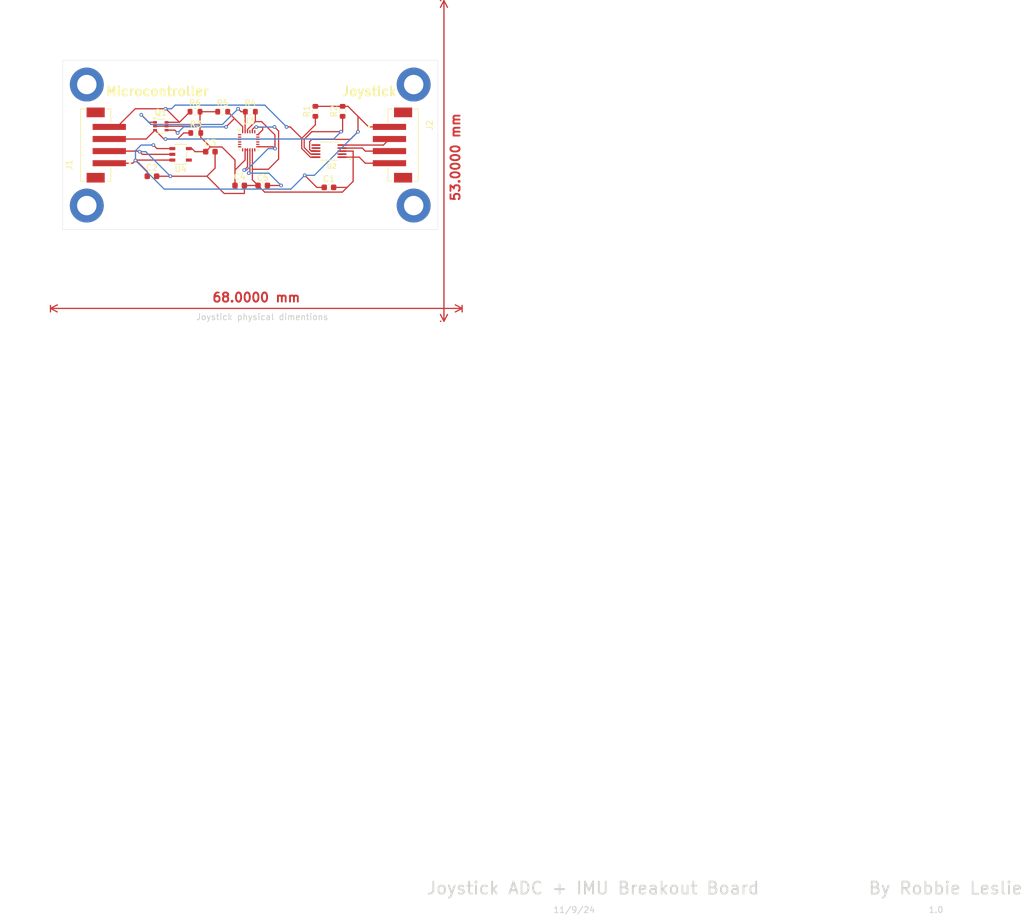
<source format=kicad_pcb>
(kicad_pcb (version 20240108) (generator "pcbnew") (generator_version "8.0")
  (layers (0 "F.Cu" signal) (31 "B.Cu" signal) (34 "B.Paste" user) (35 "F.Paste" user) (36 "B.SilkS" user "B.Silkscreen") (37 "F.SilkS" user "F.Silkscreen") (38 "B.Mask" user) (39 "F.Mask" user) (44 "Edge.Cuts" user))
  (net 0 "")
  (net 1 "/SCL")
  (net 2 "/SDA")
  (net 3 "/A3")
  (net 4 "/A1")
  (net 5 "/A0")
  (net 6 "/A2")
  (net 7 "/GND")
  (net 9 "/3.3V")
  (net 10 "/1.8V")
  (net 11 "Net-(U3-REGOUT)")
  (net 16 "/SCL_1.8V")
  (net 17 "/SDA_1.8V")
  (footprint "MountingHole:MountingHole_3.2mm_M3_DIN965_Pad" (layer "F.Cu") (at 130 77)
    (property "Reference" "REF**" (hide yes))
    (property "Value" "MountingHole_3.2mm_M3_DIN965_Pad")
    (pad "1" thru_hole circle (at 0 0) (size 5.6 5.6) (drill 3.2) (layers "*.Cu" "*.Mask"))
  )
  (footprint "Library:JST_B4B-PH-SM4-TBT" (layer "F.Cu") (at 131.4625 67 90)
    (property "Reference" "J1" (at -3.275 -4.385 90) (layer "F.SilkS"))
    (property "Value" "B4B-PH-SM4-TBT")
    (fp_line (start 5.975 -2.5) (end 5.975 -1.82) (stroke (width 0.127)) (layer "F.SilkS"))
    (fp_line (start -5.975 -2.5) (end 5.975 -2.5) (stroke (width 0.127)) (layer "F.SilkS"))
    (fp_line (start -5.975 -1.82) (end -5.975 -2.5) (stroke (width 0.127)) (layer "F.SilkS"))
    (fp_line (start 5.975 2.5) (end 5.975 1.82) (stroke (width 0.127)) (layer "F.SilkS"))
    (fp_line (start 5.975 2.5) (end 3.82 2.5) (stroke (width 0.127)) (layer "F.SilkS"))
    (fp_line (start -3.82 2.5) (end -5.975 2.5) (stroke (width 0.127)) (layer "F.SilkS"))
    (fp_line (start -5.975 2.5) (end -5.975 1.82) (stroke (width 0.127)) (layer "F.SilkS"))
    (fp_circle (center -3 5.65) (end -2.9 5.65) (stroke (width 0.2)) (fill none) (layer "F.SilkS"))
    (pad "1" smd rect (at -3 2.25 90) (size 1 5.5) (layers "F.Cu" "F.Paste" "F.Mask") (net 9 "/3.3V"))
    (pad "2" smd rect (at -1 2.25 90) (size 1 5.5) (layers "F.Cu" "F.Paste" "F.Mask") (net 7 "/GND"))
    (pad "3" smd rect (at 1 2.25 90) (size 1 5.5) (layers "F.Cu" "F.Paste" "F.Mask") (net 2 "/SDA"))
    (pad "4" smd rect (at 3 2.25 90) (size 1 5.5) (layers "F.Cu" "F.Paste" "F.Mask") (net 1 "/SCL"))
    (pad "SH1" smd rect (at -5.4 0 90) (size 1.6 3) (layers "F.Cu" "F.Paste" "F.Mask"))
    (pad "SH2" smd rect (at 5.4 0 90) (size 1.6 3) (layers "F.Cu" "F.Paste" "F.Mask"))
  )
  (footprint "Sensor_Motion:InvenSense_QFN-24_3x3mm_P0.4mm" (layer "F.Cu") (at 156.75 66.29)
    (property "Reference" "U3" (at 0 -3.25 0) (layer "F.SilkS"))
    (property "Value" "ICM-20948")
    (fp_line (start -1.6 1.6) (end -1.6 1.35) (stroke (width 0.12)) (layer "F.SilkS"))
    (fp_line (start -1.6 1.6) (end -1.35 1.6) (stroke (width 0.12)) (layer "F.SilkS"))
    (fp_line (start 1.6 -1.6) (end 1.35 -1.6) (stroke (width 0.12)) (layer "F.SilkS"))
    (fp_line (start 1.6 -1.6) (end 1.6 -1.35) (stroke (width 0.12)) (layer "F.SilkS"))
    (fp_line (start 1.6 1.6) (end 1.35 1.6) (stroke (width 0.12)) (layer "F.SilkS"))
    (fp_line (start 1.6 1.6) (end 1.6 1.35) (stroke (width 0.12)) (layer "F.SilkS"))
    (fp_poly (pts (xy -1.6 -1.6) (xy -1.84 -1.93) (xy -1.36 -1.93) (xy -1.6 -1.6)) (stroke (width 0.12)) (fill solid) (layer "F.SilkS"))
    (pad "1" smd roundrect (at -1.5 -1) (size 0.55 0.2) (layers "F.Cu" "F.Paste" "F.Mask"))
    (pad "2" smd roundrect (at -1.5 -0.6) (size 0.55 0.2) (layers "F.Cu" "F.Paste" "F.Mask"))
    (pad "3" smd roundrect (at -1.5 -0.2) (size 0.55 0.2) (layers "F.Cu" "F.Paste" "F.Mask"))
    (pad "4" smd roundrect (at -1.5 0.2) (size 0.55 0.2) (layers "F.Cu" "F.Paste" "F.Mask"))
    (pad "5" smd roundrect (at -1.5 0.6) (size 0.55 0.2) (layers "F.Cu" "F.Paste" "F.Mask"))
    (pad "6" smd roundrect (at -1.5 1) (size 0.55 0.2) (layers "F.Cu" "F.Paste" "F.Mask"))
    (pad "7" smd roundrect (at -1 1.5 90) (size 0.55 0.2) (layers "F.Cu" "F.Paste" "F.Mask"))
    (pad "8" smd roundrect (at -0.6 1.5 90) (size 0.55 0.2) (layers "F.Cu" "F.Paste" "F.Mask") (net 10 "/1.8V"))
    (pad "9" smd roundrect (at -0.2 1.5 90) (size 0.55 0.2) (layers "F.Cu" "F.Paste" "F.Mask") (net 10 "/1.8V"))
    (pad "10" smd roundrect (at 0.2 1.5 90) (size 0.55 0.2) (layers "F.Cu" "F.Paste" "F.Mask") (net 11 "Net-(U3-REGOUT)"))
    (pad "11" smd roundrect (at 0.6 1.5 90) (size 0.55 0.2) (layers "F.Cu" "F.Paste" "F.Mask") (net 7 "/GND"))
    (pad "12" smd roundrect (at 1 1.5 90) (size 0.55 0.2) (layers "F.Cu" "F.Paste" "F.Mask"))
    (pad "13" smd roundrect (at 1.5 1) (size 0.55 0.2) (layers "F.Cu" "F.Paste" "F.Mask") (net 10 "/1.8V"))
    (pad "14" smd roundrect (at 1.5 0.6) (size 0.55 0.2) (layers "F.Cu" "F.Paste" "F.Mask"))
    (pad "15" smd roundrect (at 1.5 0.2) (size 0.55 0.2) (layers "F.Cu" "F.Paste" "F.Mask"))
    (pad "16" smd roundrect (at 1.5 -0.2) (size 0.55 0.2) (layers "F.Cu" "F.Paste" "F.Mask"))
    (pad "17" smd roundrect (at 1.5 -0.6) (size 0.55 0.2) (layers "F.Cu" "F.Paste" "F.Mask"))
    (pad "18" smd roundrect (at 1.5 -1) (size 0.55 0.2) (layers "F.Cu" "F.Paste" "F.Mask") (net 7 "/GND"))
    (pad "19" smd roundrect (at 1 -1.5 90) (size 0.55 0.2) (layers "F.Cu" "F.Paste" "F.Mask"))
    (pad "20" smd roundrect (at 0.6 -1.5 90) (size 0.55 0.2) (layers "F.Cu" "F.Paste" "F.Mask") (net 7 "/GND"))
    (pad "21" smd roundrect (at 0.2 -1.5 90) (size 0.55 0.2) (layers "F.Cu" "F.Paste" "F.Mask"))
    (pad "22" smd roundrect (at -0.2 -1.5 90) (size 0.55 0.2) (layers "F.Cu" "F.Paste" "F.Mask") (net 10 "/1.8V"))
    (pad "23" smd roundrect (at -0.6 -1.5 90) (size 0.55 0.2) (layers "F.Cu" "F.Paste" "F.Mask") (net 16 "/SCL_1.8V"))
    (pad "24" smd roundrect (at -1 -1.5 90) (size 0.55 0.2) (layers "F.Cu" "F.Paste" "F.Mask") (net 17 "/SDA_1.8V"))
  )
  (footprint "Capacitor_SMD:C_0603_1608Metric" (layer "F.Cu") (at 155.255 73.68)
    (property "Reference" "C4" (at 0 -1.43 0) (layer "F.SilkS"))
    (property "Value" "0.1uF")
    (fp_line (start -0.14058 -0.51) (end 0.14058 -0.51) (stroke (width 0.12)) (layer "F.SilkS"))
    (fp_line (start -0.14058 0.51) (end 0.14058 0.51) (stroke (width 0.12)) (layer "F.SilkS"))
    (pad "1" smd roundrect (at -0.775 0) (size 0.9 0.95) (layers "F.Cu" "F.Paste" "F.Mask") (net 10 "/1.8V"))
    (pad "2" smd roundrect (at 0.775 0) (size 0.9 0.95) (layers "F.Cu" "F.Paste" "F.Mask") (net 7 "/GND"))
  )
  (footprint "Resistor_SMD:R_0603_1608Metric" (layer "F.Cu") (at 152.448 61.488)
    (property "Reference" "R5" (at 0 -1.43 0) (layer "F.SilkS"))
    (property "Value" "10k")
    (fp_line (start -0.237258 -0.5225) (end 0.237258 -0.5225) (stroke (width 0.12)) (layer "F.SilkS"))
    (fp_line (start -0.237258 0.5225) (end 0.237258 0.5225) (stroke (width 0.12)) (layer "F.SilkS"))
    (pad "1" smd roundrect (at -0.825 0) (size 0.8 0.95) (layers "F.Cu" "F.Paste" "F.Mask") (net 10 "/1.8V"))
    (pad "2" smd roundrect (at 0.825 0) (size 0.8 0.95) (layers "F.Cu" "F.Paste" "F.Mask") (net 17 "/SDA_1.8V"))
  )
  (footprint "Capacitor_SMD:C_0603_1608Metric" (layer "F.Cu") (at 140.764 72.156)
    (property "Reference" "C2" (at 0 -1.43 0) (layer "F.SilkS"))
    (property "Value" "10uF")
    (fp_line (start -0.14058 -0.51) (end 0.14058 -0.51) (stroke (width 0.12)) (layer "F.SilkS"))
    (fp_line (start -0.14058 0.51) (end 0.14058 0.51) (stroke (width 0.12)) (layer "F.SilkS"))
    (pad "1" smd roundrect (at -0.775 0) (size 0.9 0.95) (layers "F.Cu" "F.Paste" "F.Mask") (net 9 "/3.3V"))
    (pad "2" smd roundrect (at 0.775 0) (size 0.9 0.95) (layers "F.Cu" "F.Paste" "F.Mask") (net 7 "/GND"))
  )
  (footprint "Library:SOP50P490X110-10N" (layer "F.Cu") (at 170 68 180)
    (property "Reference" "U2" (at -0.46 -2.508 0) (layer "F.SilkS") (effects (font (size 0.8 0.8))))
    (property "Value" "ADS1115IDGSR")
    (fp_line (start -1.5 1.5) (end 1.5 1.5) (stroke (width 0.127)) (layer "F.SilkS"))
    (fp_line (start -1.5 -1.5) (end 1.5 -1.5) (stroke (width 0.127)) (layer "F.SilkS"))
    (fp_circle (center -3.5 -1.25) (end -3.4 -1.25) (stroke (width 0.2)) (fill none) (layer "F.SilkS"))
    (pad "1" smd roundrect (at -2.15 -1 180) (size 1.47 0.28) (layers "F.Cu" "F.Paste" "F.Mask") (roundrect_rratio 0.125) (net 7 "/GND"))
    (pad "2" smd roundrect (at -2.15 -0.5 180) (size 1.47 0.28) (layers "F.Cu" "F.Paste" "F.Mask") (roundrect_rratio 0.125))
    (pad "3" smd roundrect (at -2.15 0 180) (size 1.47 0.28) (layers "F.Cu" "F.Paste" "F.Mask") (roundrect_rratio 0.125) (net 7 "/GND"))
    (pad "4" smd roundrect (at -2.15 0.5 180) (size 1.47 0.28) (layers "F.Cu" "F.Paste" "F.Mask") (roundrect_rratio 0.125) (net 5 "/A0"))
    (pad "5" smd roundrect (at -2.15 1 180) (size 1.47 0.28) (layers "F.Cu" "F.Paste" "F.Mask") (roundrect_rratio 0.125) (net 4 "/A1"))
    (pad "6" smd roundrect (at 2.15 1 180) (size 1.47 0.28) (layers "F.Cu" "F.Paste" "F.Mask") (roundrect_rratio 0.125) (net 6 "/A2"))
    (pad "7" smd roundrect (at 2.15 0.5 180) (size 1.47 0.28) (layers "F.Cu" "F.Paste" "F.Mask") (roundrect_rratio 0.125) (net 3 "/A3"))
    (pad "8" smd roundrect (at 2.15 0 180) (size 1.47 0.28) (layers "F.Cu" "F.Paste" "F.Mask") (roundrect_rratio 0.125) (net 9 "/3.3V"))
    (pad "9" smd roundrect (at 2.15 -0.5 180) (size 1.47 0.28) (layers "F.Cu" "F.Paste" "F.Mask") (roundrect_rratio 0.125) (net 2 "/SDA"))
    (pad "10" smd roundrect (at 2.15 -1 180) (size 1.47 0.28) (layers "F.Cu" "F.Paste" "F.Mask") (roundrect_rratio 0.125) (net 1 "/SCL"))
  )
  (footprint "MountingHole:MountingHole_3.2mm_M3_DIN965_Pad" (layer "F.Cu") (at 184 77)
    (property "Reference" "REF**" (hide yes))
    (property "Value" "MountingHole_3.2mm_M3_DIN965_Pad")
    (pad "1" thru_hole circle (at 0 0) (size 5.6 5.6) (drill 3.2) (layers "*.Cu" "*.Mask"))
  )
  (footprint "Resistor_SMD:R_0603_1608Metric" (layer "F.Cu") (at 172.26 61.425 90)
    (property "Reference" "R2" (at 0 -1.43 90) (layer "F.SilkS"))
    (property "Value" "10k")
    (fp_line (start -0.237258 -0.5225) (end 0.237258 -0.5225) (stroke (width 0.12)) (layer "F.SilkS"))
    (fp_line (start -0.237258 0.5225) (end 0.237258 0.5225) (stroke (width 0.12)) (layer "F.SilkS"))
    (pad "1" smd roundrect (at -0.825 0 90) (size 0.8 0.95) (layers "F.Cu" "F.Paste" "F.Mask") (net 2 "/SDA"))
    (pad "2" smd roundrect (at 0.825 0 90) (size 0.8 0.95) (layers "F.Cu" "F.Paste" "F.Mask") (net 9 "/3.3V"))
  )
  (footprint "Capacitor_SMD:C_0603_1608Metric" (layer "F.Cu") (at 150.416 68.092)
    (property "Reference" "C3" (at 0 -1.43 0) (layer "F.SilkS"))
    (property "Value" "10uF")
    (fp_line (start -0.14058 -0.51) (end 0.14058 -0.51) (stroke (width 0.12)) (layer "F.SilkS"))
    (fp_line (start -0.14058 0.51) (end 0.14058 0.51) (stroke (width 0.12)) (layer "F.SilkS"))
    (pad "1" smd roundrect (at -0.775 0) (size 0.9 0.95) (layers "F.Cu" "F.Paste" "F.Mask") (net 10 "/1.8V"))
    (pad "2" smd roundrect (at 0.775 0) (size 0.9 0.95) (layers "F.Cu" "F.Paste" "F.Mask") (net 7 "/GND"))
  )
  (footprint "Resistor_SMD:R_0603_1608Metric" (layer "F.Cu") (at 148 65)
    (property "Reference" "R3" (at 0 -1.43 0) (layer "F.SilkS"))
    (property "Value" "10k")
    (fp_line (start -0.237258 -0.5225) (end 0.237258 -0.5225) (stroke (width 0.12)) (layer "F.SilkS"))
    (fp_line (start -0.237258 0.5225) (end 0.237258 0.5225) (stroke (width 0.12)) (layer "F.SilkS"))
    (pad "1" smd roundrect (at -0.825 0) (size 0.8 0.95) (layers "F.Cu" "F.Paste" "F.Mask") (net 2 "/SDA"))
    (pad "2" smd roundrect (at 0.825 0) (size 0.8 0.95) (layers "F.Cu" "F.Paste" "F.Mask") (net 10 "/1.8V"))
  )
  (footprint "MountingHole:MountingHole_3.2mm_M3_DIN965_Pad" (layer "F.Cu") (at 130 57)
    (property "Reference" "REF**" (hide yes))
    (property "Value" "MountingHole_3.2mm_M3_DIN965_Pad")
    (pad "1" thru_hole circle (at 0 0) (size 5.6 5.6) (drill 3.2) (layers "*.Cu" "*.Mask"))
  )
  (footprint "Package_TO_SOT_SMD:SOT-363_SC-70-6" (layer "F.Cu") (at 142.222 63.886)
    (property "Reference" "Q1" (at 0 -2.25 0) (layer "F.SilkS"))
    (property "Value" "~")
    (fp_line (start -0.71 -1.16) (end 0.7 -1.16) (stroke (width 0.12)) (layer "F.SilkS"))
    (fp_line (start -0.7 1.16) (end 0.7 1.16) (stroke (width 0.12)) (layer "F.SilkS"))
    (fp_poly (pts (xy -1.08 -1.11) (xy -1.32 -1.44) (xy -0.84 -1.44) (xy -1.08 -1.11)) (stroke (width 0.12)) (fill solid) (layer "F.SilkS"))
    (pad "1" smd roundrect (at -0.95 -0.65) (size 0.65 0.4) (layers "F.Cu" "F.Paste" "F.Mask") (net 16 "/SCL_1.8V"))
    (pad "2" smd roundrect (at -0.95 0) (size 0.65 0.4) (layers "F.Cu" "F.Paste" "F.Mask") (net 10 "/1.8V"))
    (pad "3" smd roundrect (at -0.95 0.65) (size 0.65 0.4) (layers "F.Cu" "F.Paste" "F.Mask") (net 2 "/SDA"))
    (pad "4" smd roundrect (at 0.95 0.65) (size 0.65 0.4) (layers "F.Cu" "F.Paste" "F.Mask") (net 17 "/SDA_1.8V"))
    (pad "5" smd roundrect (at 0.95 0) (size 0.65 0.4) (layers "F.Cu" "F.Paste" "F.Mask") (net 10 "/1.8V"))
    (pad "6" smd roundrect (at 0.95 -0.65) (size 0.65 0.4) (layers "F.Cu" "F.Paste" "F.Mask") (net 1 "/SCL"))
  )
  (footprint "Resistor_SMD:R_0603_1608Metric" (layer "F.Cu") (at 157.02 61.488 180)
    (property "Reference" "R4" (at 0 1.43 0) (layer "F.SilkS"))
    (property "Value" "10k")
    (fp_line (start -0.237258 0.5225) (end 0.237258 0.5225) (stroke (width 0.12)) (layer "F.SilkS"))
    (fp_line (start -0.237258 -0.5225) (end 0.237258 -0.5225) (stroke (width 0.12)) (layer "F.SilkS"))
    (pad "1" smd roundrect (at -0.825 0 180) (size 0.8 0.95) (layers "F.Cu" "F.Paste" "F.Mask") (net 10 "/1.8V"))
    (pad "2" smd roundrect (at 0.825 0 180) (size 0.8 0.95) (layers "F.Cu" "F.Paste" "F.Mask") (net 16 "/SCL_1.8V"))
  )
  (footprint "Resistor_SMD:R_0603_1608Metric" (layer "F.Cu") (at 167.76 61.425 90)
    (property "Reference" "R1" (at 0 -1.43 90) (layer "F.SilkS"))
    (property "Value" "10k")
    (fp_line (start -0.237258 -0.5225) (end 0.237258 -0.5225) (stroke (width 0.12)) (layer "F.SilkS"))
    (fp_line (start -0.237258 0.5225) (end 0.237258 0.5225) (stroke (width 0.12)) (layer "F.SilkS"))
    (pad "1" smd roundrect (at -0.825 0 90) (size 0.8 0.95) (layers "F.Cu" "F.Paste" "F.Mask") (net 1 "/SCL"))
    (pad "2" smd roundrect (at 0.825 0 90) (size 0.8 0.95) (layers "F.Cu" "F.Paste" "F.Mask") (net 9 "/3.3V"))
  )
  (footprint "MountingHole:MountingHole_3.2mm_M3_DIN965_Pad" (layer "F.Cu") (at 184 57)
    (property "Reference" "REF**" (hide yes))
    (property "Value" "MountingHole_3.2mm_M3_DIN965_Pad")
    (pad "1" thru_hole circle (at 0 0) (size 5.6 5.6) (drill 3.2) (layers "*.Cu" "*.Mask"))
  )
  (footprint "Capacitor_SMD:C_0603_1608Metric" (layer "F.Cu") (at 159.065 73.68 180)
    (property "Reference" "C5" (at 0 1.27 0) (layer "F.SilkS"))
    (property "Value" "0.1uF")
    (fp_line (start -0.14058 0.51) (end 0.14058 0.51) (stroke (width 0.12)) (layer "F.SilkS"))
    (fp_line (start -0.14058 -0.51) (end 0.14058 -0.51) (stroke (width 0.12)) (layer "F.SilkS"))
    (pad "1" smd roundrect (at -0.775 0 180) (size 0.9 0.95) (layers "F.Cu" "F.Paste" "F.Mask") (net 11 "Net-(U3-REGOUT)"))
    (pad "2" smd roundrect (at 0.775 0 180) (size 0.9 0.95) (layers "F.Cu" "F.Paste" "F.Mask") (net 7 "/GND"))
  )
  (footprint "Resistor_SMD:R_0603_1608Metric" (layer "F.Cu") (at 147.876 61.488)
    (property "Reference" "R6" (at 0 -1.43 0) (layer "F.SilkS"))
    (property "Value" "10k")
    (fp_line (start -0.237258 -0.5225) (end 0.237258 -0.5225) (stroke (width 0.12)) (layer "F.SilkS"))
    (fp_line (start -0.237258 0.5225) (end 0.237258 0.5225) (stroke (width 0.12)) (layer "F.SilkS"))
    (pad "1" smd roundrect (at -0.825 0) (size 0.8 0.95) (layers "F.Cu" "F.Paste" "F.Mask") (net 1 "/SCL"))
    (pad "2" smd roundrect (at 0.825 0) (size 0.8 0.95) (layers "F.Cu" "F.Paste" "F.Mask") (net 10 "/1.8V"))
  )
  (footprint "Library:JST_B4B-PH-SM4-TBT" (layer "F.Cu") (at 182.25 67 -90)
    (property "Reference" "J2" (at -3.275 -4.385 90) (layer "F.SilkS"))
    (property "Value" "B4B-PH-SM4-TBT")
    (fp_line (start -5.975 2.5) (end -5.975 1.82) (stroke (width 0.127)) (layer "F.SilkS"))
    (fp_line (start -3.82 2.5) (end -5.975 2.5) (stroke (width 0.127)) (layer "F.SilkS"))
    (fp_line (start 5.975 2.5) (end 3.82 2.5) (stroke (width 0.127)) (layer "F.SilkS"))
    (fp_line (start 5.975 2.5) (end 5.975 1.82) (stroke (width 0.127)) (layer "F.SilkS"))
    (fp_line (start -5.975 -1.82) (end -5.975 -2.5) (stroke (width 0.127)) (layer "F.SilkS"))
    (fp_line (start -5.975 -2.5) (end 5.975 -2.5) (stroke (width 0.127)) (layer "F.SilkS"))
    (fp_line (start 5.975 -2.5) (end 5.975 -1.82) (stroke (width 0.127)) (layer "F.SilkS"))
    (fp_circle (center -3 5.65) (end -2.9 5.65) (stroke (width 0.2)) (fill none) (layer "F.SilkS"))
    (pad "1" smd rect (at -3 2.25 270) (size 1 5.5) (layers "F.Cu" "F.Paste" "F.Mask") (net 9 "/3.3V"))
    (pad "2" smd rect (at -1 2.25 270) (size 1 5.5) (layers "F.Cu" "F.Paste" "F.Mask") (net 4 "/A1"))
    (pad "3" smd rect (at 1 2.25 270) (size 1 5.5) (layers "F.Cu" "F.Paste" "F.Mask") (net 5 "/A0"))
    (pad "4" smd rect (at 3 2.25 270) (size 1 5.5) (layers "F.Cu" "F.Paste" "F.Mask") (net 7 "/GND"))
    (pad "SH1" smd rect (at -5.4 0 270) (size 1.6 3) (layers "F.Cu" "F.Paste" "F.Mask"))
    (pad "SH2" smd rect (at 5.4 0 270) (size 1.6 3) (layers "F.Cu" "F.Paste" "F.Mask"))
  )
  (footprint "Library:SOT-23-5_M5_MCH" (layer "F.Cu") (at 145.49475 68.534001)
    (property "Reference" "U4" (at 0 2.465999 0) (layer "F.SilkS"))
    (property "Value" "MIC5225-1.8YM5-TR")
    (fp_line (start -1.0033 1.6383) (end 1.0033 1.6383) (stroke (width 0.1524)) (layer "F.SilkS"))
    (fp_line (start 1.0033 -1.6383) (end -1.0033 -1.6383) (stroke (width 0.1524)) (layer "F.SilkS"))
    (fp_line (start 1.0033 0.363261) (end 1.0033 -0.363261) (stroke (width 0.1524)) (layer "F.SilkS"))
    (pad "1" smd rect (at -1.36525 -0.950001) (size 0.9779 0.508) (layers "F.Cu" "F.Paste" "F.Mask") (net 9 "/3.3V"))
    (pad "2" smd rect (at -1.36525 0) (size 0.9779 0.508) (layers "F.Cu" "F.Paste" "F.Mask") (net 7 "/GND"))
    (pad "3" smd rect (at -1.36525 0.950001) (size 0.9779 0.508) (layers "F.Cu" "F.Paste" "F.Mask") (net 9 "/3.3V"))
    (pad "4" smd rect (at 1.36525 0.950001) (size 0.9779 0.508) (layers "F.Cu" "F.Paste" "F.Mask"))
    (pad "5" smd rect (at 1.36525 -0.950001) (size 0.9779 0.508) (layers "F.Cu" "F.Paste" "F.Mask") (net 10 "/1.8V"))
  )
  (footprint "Capacitor_SMD:C_0603_1608Metric" (layer "F.Cu") (at 170 74)
    (property "Reference" "C1" (at 0 -1.43 0) (layer "F.SilkS"))
    (property "Value" "10uF")
    (fp_line (start -0.14058 -0.51) (end 0.14058 -0.51) (stroke (width 0.12)) (layer "F.SilkS"))
    (fp_line (start -0.14058 0.51) (end 0.14058 0.51) (stroke (width 0.12)) (layer "F.SilkS"))
    (pad "1" smd roundrect (at -0.775 0) (size 0.9 0.95) (layers "F.Cu" "F.Paste" "F.Mask") (net 9 "/3.3V"))
    (pad "2" smd roundrect (at 0.775 0) (size 0.9 0.95) (layers "F.Cu" "F.Paste" "F.Mask") (net 7 "/GND"))
  )
  (gr_rect (start 126 53) (end 188 81) (stroke (width 0.05)) (fill none) (layer "Edge.Cuts"))
  (gr_text "Joystick" (at 172 59 0) (layer "F.SilkS") (effects (font (size 1.5 1.5) (thickness 0.3) (bold yes)) (justify left bottom)))
  (gr_text "Microcontroller" (at 133 59 0) (layer "F.SilkS") (effects (font (size 1.5 1.5) (thickness 0.3) (bold yes)) (justify left bottom)))
  (gr_text "By Robbie Leslie" (at 259 191 0) (layer "Edge.Cuts") (effects (font (size 2 2) (thickness 0.3)) (justify left bottom)))
  (gr_text "Joystick ADC + IMU Breakout Board" (at 186 191 0) (layer "Edge.Cuts") (effects (font (size 2 2) (thickness 0.3)) (justify left bottom)))
  (gr_text "1.0" (at 269 194 0) (layer "Edge.Cuts") (effects (font (size 1 1)) (justify left bottom)))
  (gr_text "11/9/24" (at 207 194 0) (layer "Edge.Cuts") (effects (font (size 1 1)) (justify left bottom)))
  (gr_text "Joystick physical dimentions" (at 148 96 0) (layer "Edge.Cuts") (effects (font (size 1 1)) (justify left bottom)))
  (dimension (type aligned) (layer "F.Cu") (pts (xy 124 93) (xy 192 93)) (height 1) (gr_text "68.0000 mm" (at 158 92.2 0) (layer "F.Cu") (effects (font (size 1.5 1.5) (thickness 0.3)))) (format (prefix "") (suffix "") (units 3) (units_format 1) (precision 4)) (style (thickness 0.2) (arrow_length 1.27) (text_position_mode 0) (extension_height 0.58642) (extension_offset 0.5) keep_text_aligned))
  (dimension (type aligned) (layer "F.Cu") (pts (xy 189 96.124) (xy 189 43.124)) (height 0) (gr_text "53.0000 mm" (at 190.8995 69 90) (layer "F.Cu") (effects (font (size 1.5 1.5) (thickness 0.3)))) (format (prefix "") (suffix "") (units 3) (units_format 1) (precision 4)) (style (thickness 0.2) (arrow_length 1.27) (text_position_mode 2) (extension_height 0.58642) (extension_offset 0.5) keep_text_aligned))
  (segment (start 145.303 63.236) (end 147.051 61.488) (width 0.2) (layer "F.Cu") (net 1))
  (segment (start 138 61) (end 135 64) (width 0.2) (layer "F.Cu") (net 1))
  (segment (start 167.85 69) (end 166.938896 69) (width 0.2) (layer "F.Cu") (net 1))
  (segment (start 143 61) (end 138 61) (width 0.2) (layer "F.Cu") (net 1))
  (segment (start 143.172 63.236) (end 145.303 63.236) (width 0.2) (layer "F.Cu") (net 1))
  (segment (start 165.51 65.894314) (end 163.615686 64) (width 0.2) (layer "F.Cu") (net 1))
  (segment (start 143.067 61) (end 143 61) (width 0.2) (layer "F.Cu") (net 1))
  (segment (start 167.76 63.644314) (end 167.76 62.25) (width 0.2) (layer "F.Cu") (net 1))
  (segment (start 165.51 67.571104) (end 165.51 65.894314) (width 0.2) (layer "F.Cu") (net 1))
  (segment (start 166.938896 69) (end 165.51 67.571104) (width 0.2) (layer "F.Cu") (net 1))
  (segment (start 135 64) (end 133.7125 64) (width 0.2) (layer "F.Cu") (net 1))
  (segment (start 163.615686 64) (end 163 64) (width 0.2) (layer "F.Cu") (net 1))
  (segment (start 145.303 63.236) (end 143.067 61) (width 0.2) (layer "F.Cu") (net 1))
  (segment (start 165.51 65.894314) (end 167.76 63.644314) (width 0.2) (layer "F.Cu") (net 1))
  (via (at 163 64) (size 0.6) (drill 0.3) (layers "F.Cu" "B.Cu") (net 1))
  (via (at 143 61) (size 0.6) (drill 0.3) (layers "F.Cu" "B.Cu") (net 1))
  (segment (start 143 61) (end 144 61) (width 0.2) (layer "B.Cu") (net 1))
  (segment (start 144.6 60.4) (end 159.4 60.4) (width 0.2) (layer "B.Cu") (net 1))
  (segment (start 159.4 60.4) (end 163 64) (width 0.2) (layer "B.Cu") (net 1))
  (segment (start 144 61) (end 144.6 60.4) (width 0.2) (layer "B.Cu") (net 1))
  (segment (start 167.18 64.79) (end 172 64.79) (width 0.2) (layer "F.Cu") (net 2))
  (segment (start 145 66) (end 146 65) (width 0.2) (layer "F.Cu") (net 2))
  (segment (start 172.26 64.79) (end 172.26 62.25) (width 0.2) (layer "F.Cu") (net 2))
  (segment (start 167.004582 68.5) (end 165.91 67.405418) (width 0.2) (layer "F.Cu") (net 2))
  (segment (start 141.272 64.536) (end 142.736 66) (width 0.2) (layer "F.Cu") (net 2))
  (segment (start 167.85 68.5) (end 167.004582 68.5) (width 0.2) (layer "F.Cu") (net 2))
  (segment (start 142.736 66) (end 143 66) (width 0.2) (layer "F.Cu") (net 2))
  (segment (start 165.91 67.405418) (end 165.91 66.06) (width 0.2) (layer "F.Cu") (net 2))
  (segment (start 139.808 66) (end 133.7125 66) (width 0.2) (layer "F.Cu") (net 2))
  (segment (start 143 66) (end 145 66) (width 0.2) (layer "F.Cu") (net 2))
  (segment (start 141.272 64.536) (end 139.808 66) (width 0.2) (layer "F.Cu") (net 2))
  (segment (start 165.91 66.06) (end 167.18 64.79) (width 0.2) (layer "F.Cu") (net 2))
  (segment (start 172 64.79) (end 172.26 64.79) (width 0.2) (layer "F.Cu") (net 2))
  (segment (start 146 65) (end 147.175 65) (width 0.2) (layer "F.Cu") (net 2))
  (via (at 172 64.79) (size 0.6) (drill 0.3) (layers "F.Cu" "B.Cu") (net 2))
  (via (at 143 66) (size 0.6) (drill 0.3) (layers "F.Cu" "B.Cu") (net 2))
  (segment (start 170.79 66) (end 143 66) (width 0.2) (layer "B.Cu") (net 2))
  (segment (start 172 64.79) (end 170.79 66) (width 0.2) (layer "B.Cu") (net 2))
  (segment (start 172.15 67) (end 179 67) (width 0.2) (layer "F.Cu") (net 4))
  (segment (start 179 67) (end 180 66) (width 0.2) (layer "F.Cu") (net 4))
  (segment (start 172.15 67.5) (end 175.5 67.5) (width 0.2) (layer "F.Cu") (net 5))
  (segment (start 176 68) (end 180 68) (width 0.2) (layer "F.Cu") (net 5))
  (segment (start 175.5 67.5) (end 176 68) (width 0.2) (layer "F.Cu") (net 5))
  (segment (start 149.844 72.156) (end 152.688 75) (width 0.2) (layer "F.Cu") (net 7))
  (segment (start 176 70) (end 180 70) (width 0.2) (layer "F.Cu") (net 7))
  (segment (start 139.174001 68.534001) (end 138.732 68.092) (width 0.2) (layer "F.Cu") (net 7))
  (segment (start 151.191 70.809) (end 151.191 68.092) (width 0.2) (layer "F.Cu") (net 7))
  (segment (start 143.812 72.156) (end 149.844 72.156) (width 0.2) (layer "F.Cu") (net 7))
  (segment (start 174 69) (end 174 73) (width 0.2) (layer "F.Cu") (net 7))
  (segment (start 172.15 68) (end 174 68) (width 0.2) (layer "F.Cu") (net 7))
  (segment (start 159.052 64.028) (end 159.052 64.488) (width 0.2) (layer "F.Cu") (net 7))
  (segment (start 161.684 69.316) (end 161.684 64.684) (width 0.2) (layer "F.Cu") (net 7))
  (segment (start 175 69) (end 176 70) (width 0.2) (layer "F.Cu") (net 7))
  (segment (start 144.1295 68.534001) (end 139.174001 68.534001) (width 0.2) (layer "F.Cu") (net 7))
  (segment (start 174 73) (end 173 74) (width 0.2) (layer "F.Cu") (net 7))
  (segment (start 159.052 64.488) (end 158.25 65.29) (width 0.2) (layer "F.Cu") (net 7))
  (segment (start 149.844 72.156) (end 151.191 70.809) (width 0.2) (layer "F.Cu") (net 7))
  (segment (start 157.35 64.79) (end 157.35 64.41864) (width 0.2) (layer "F.Cu") (net 7))
  (segment (start 174 69) (end 172.15 69) (width 0.2) (layer "F.Cu") (net 7))
  (segment (start 157.35 67.79) (end 157.35 71) (width 0.2) (layer "F.Cu") (net 7))
  (segment (start 173 74) (end 172.225 74.775) (width 0.2) (layer "F.Cu") (net 7))
  (segment (start 173 74) (end 170.775 74) (width 0.2) (layer "F.Cu") (net 7))
  (segment (start 158 64.028) (end 159.052 64.028) (width 0.2) (layer "F.Cu") (net 7))
  (segment (start 174 68) (end 174 69) (width 0.2) (layer "F.Cu") (net 7))
  (segment (start 157.35 71) (end 160 71) (width 0.2) (layer "F.Cu") (net 7))
  (segment (start 160 71) (end 161.684 69.316) (width 0.2) (layer "F.Cu") (net 7))
  (segment (start 157.35 64.41864) (end 157.74064 64.028) (width 0.2) (layer "F.Cu") (net 7))
  (segment (start 133.7125 68) (end 138.64 68) (width 0.2) (layer "F.Cu") (net 7))
  (segment (start 156.03 74.97) (end 156.03 73.68) (width 0.2) (layer "F.Cu") (net 7))
  (segment (start 159.385 74.775) (end 158.29 73.68) (width 0.2) (layer "F.Cu") (net 7))
  (segment (start 138.64 68) (end 138.732 68.092) (width 0.2) (layer "F.Cu") (net 7))
  (segment (start 161.684 64.684) (end 161 64) (width 0.2) (layer "F.Cu") (net 7))
  (segment (start 157.74064 64.028) (end 158 64.028) (width 0.2) (layer "F.Cu") (net 7))
  (segment (start 141.539 72.156) (end 143.812 72.156) (width 0.2) (layer "F.Cu") (net 7))
  (segment (start 157.35 72.74) (end 158.29 73.68) (width 0.2) (layer "F.Cu") (net 7))
  (segment (start 152.688 75) (end 156 75) (width 0.2) (layer "F.Cu") (net 7))
  (segment (start 174 69) (end 175 69) (width 0.2) (layer "F.Cu") (net 7))
  (segment (start 156 75) (end 156.03 74.97) (width 0.2) (layer "F.Cu") (net 7))
  (segment (start 172.225 74.775) (end 159.385 74.775) (width 0.2) (layer "F.Cu") (net 7))
  (segment (start 156.03 73.68) (end 158.29 73.68) (width 0.2) (layer "F.Cu") (net 7))
  (segment (start 157.35 71) (end 157.35 72.74) (width 0.2) (layer "F.Cu") (net 7))
  (via (at 143.812 72.156) (size 0.6) (drill 0.3) (layers "F.Cu" "B.Cu") (net 7))
  (via (at 138.732 68.092) (size 0.6) (drill 0.3) (layers "F.Cu" "B.Cu") (net 7))
  (via (at 161 64) (size 0.6) (drill 0.3) (layers "F.Cu" "B.Cu") (net 7))
  (via (at 158 64.028) (size 0.6) (drill 0.3) (layers "F.Cu" "B.Cu") (net 7))
  (segment (start 143.812 72.156) (end 139.748 68.092) (width 0.2) (layer "B.Cu") (net 7))
  (segment (start 160.972 64.028) (end 161 64) (width 0.2) (layer "B.Cu") (net 7))
  (segment (start 139.748 68.092) (end 138.732 68.092) (width 0.2) (layer "B.Cu") (net 7))
  (segment (start 158 64.028) (end 160.972 64.028) (width 0.2) (layer "B.Cu") (net 7))
  (segment (start 166.815 67.744732) (end 166.815 66.425) (width 0.2) (layer "F.Cu") (net 9))
  (segment (start 166.815 66.425) (end 167.18 66.06) (width 0.2) (layer "F.Cu") (net 9))
  (segment (start 167.18 66.06) (end 173.53 66.06) (width 0.2) (layer "F.Cu") (net 9))
  (segment (start 138.1 69.492) (end 138.107998 69.484002) (width 0.2) (layer "F.Cu") (net 9))
  (segment (start 139.989 71.381) (end 138.1 69.492) (width 0.2) (layer "F.Cu") (net 9))
  (segment (start 173.53 66.06) (end 174.795 64.795) (width 0.2) (layer "F.Cu") (net 9))
  (segment (start 167.76 60.6) (end 172.26 60.6) (width 0.2) (layer "F.Cu") (net 9))
  (segment (start 167.85 68) (end 167.070268 68) (width 0.2) (layer "F.Cu") (net 9))
  (segment (start 174.8 62.25) (end 173.15 60.6) (width 0.2) (layer "F.Cu") (net 9))
  (segment (start 137.592 70) (end 138.046 69.546) (width 0.2) (layer "F.Cu") (net 9))
  (segment (start 141.584 67.584) (end 141 67) (width 0.2) (layer "F.Cu") (net 9))
  (segment (start 139.989 72.156) (end 139.989 71.381) (width 0.2) (layer "F.Cu") (net 9))
  (segment (start 174.8 62.25) (end 176.55 64) (width 0.2) (layer "F.Cu") (net 9))
  (segment (start 168 74) (end 166 72) (width 0.2) (layer "F.Cu") (net 9))
  (segment (start 144.1295 67.584) (end 141.584 67.584) (width 0.2) (layer "F.Cu") (net 9))
  (segment (start 174.8 64.79) (end 174.8 62.25) (width 0.2) (layer "F.Cu") (net 9))
  (segment (start 167.79 67.94) (end 167.18 67.94) (width 0.2) (layer "F.Cu") (net 9))
  (segment (start 133.7125 70) (end 137.592 70) (width 0.2) (layer "F.Cu") (net 9))
  (segment (start 138.107998 69.484002) (end 144.1295 69.484002) (width 0.2) (layer "F.Cu") (net 9))
  (segment (start 176.55 64) (end 180 64) (width 0.2) (layer "F.Cu") (net 9))
  (segment (start 173.15 60.6) (end 172.26 60.6) (width 0.2) (layer "F.Cu") (net 9))
  (segment (start 174.795 64.795) (end 174.8 64.79) (width 0.2) (layer "F.Cu") (net 9))
  (segment (start 138.046 69.546) (end 138.1 69.492) (width 0.2) (layer "F.Cu") (net 9))
  (segment (start 167.85 68) (end 167.79 67.94) (width 0.2) (layer "F.Cu") (net 9))
  (segment (start 167.070268 68) (end 166.815 67.744732) (width 0.2) (layer "F.Cu") (net 9))
  (segment (start 169.225 74) (end 168 74) (width 0.2) (layer "F.Cu") (net 9))
  (via (at 141 67) (size 0.6) (drill 0.3) (layers "F.Cu" "B.Cu") (net 9))
  (via (at 174.795 64.795) (size 0.6) (drill 0.3) (layers "F.Cu" "B.Cu") (net 9))
  (via (at 138.046 69.546) (size 0.6) (drill 0.3) (layers "F.Cu" "B.Cu") (net 9))
  (via (at 166 72) (size 0.6) (drill 0.3) (layers "F.Cu" "B.Cu") (net 9))
  (segment (start 166 72) (end 167.59 72) (width 0.2) (layer "B.Cu") (net 9))
  (segment (start 138.975471 67) (end 138.046 67.929471) (width 0.2) (layer "B.Cu") (net 9))
  (segment (start 138.046 69.546) (end 142.78 74.28) (width 0.2) (layer "B.Cu") (net 9))
  (segment (start 142.78 74.28) (end 163.72 74.28) (width 0.2) (layer "B.Cu") (net 9))
  (segment (start 138.046 67.929471) (end 138.046 69.546) (width 0.2) (layer "B.Cu") (net 9))
  (segment (start 167.59 72) (end 174.795 64.795) (width 0.2) (layer "B.Cu") (net 9))
  (segment (start 141 67) (end 138.975471 67) (width 0.2) (layer "B.Cu") (net 9))
  (segment (start 163.72 74.28) (end 166 72) (width 0.2) (layer "B.Cu") (net 9))
  (segment (start 156.55 64.79) (end 156.55 64.41864) (width 0.2) (layer "F.Cu") (net 10))
  (segment (start 157.845 63.12364) (end 158.87636 63.12364) (width 0.2) (layer "F.Cu") (net 10))
  (segment (start 148.587 63.886) (end 148.701 64) (width 0.2) (layer "F.Cu") (net 10))
  (segment (start 148.701 61.488) (end 148.701 64) (width 0.2) (layer "F.Cu") (net 10))
  (segment (start 156.55 70.594) (end 156.004 71.14) (width 0.2) (layer "F.Cu") (net 10))
  (segment (start 157.845 63.12364) (end 157.845 61.488) (width 0.2) (layer "F.Cu") (net 10))
  (segment (start 158.87636 63.12364) (end 161.084 65.33128) (width 0.2) (layer "F.Cu") (net 10))
  (segment (start 147.876 68.092) (end 149.641 68.092) (width 0.2) (layer "F.Cu") (net 10))
  (segment (start 148.701 64) (end 148.701 64.876) (width 0.2) (layer "F.Cu") (net 10))
  (segment (start 150.416 67.317) (end 152.317 67.317) (width 0.2) (layer "F.Cu") (net 10))
  (segment (start 156.15 67.79) (end 156.15 69.47) (width 0.2) (layer "F.Cu") (net 10))
  (segment (start 148.701 64.876) (end 148.825 65) (width 0.2) (layer "F.Cu") (net 10))
  (segment (start 154.48 69.48) (end 154.48 71.14) (width 0.2) (layer "F.Cu") (net 10))
  (segment (start 141.272 63.886) (end 143.172 63.886) (width 0.2) (layer "F.Cu") (net 10))
  (segment (start 156.15 69.47) (end 154.48 71.14) (width 0.2) (layer "F.Cu") (net 10))
  (segment (start 149.641 68.092) (end 150.416 67.317) (width 0.2) (layer "F.Cu") (net 10))
  (segment (start 156.55 64.41864) (end 157.845 63.12364) (width 0.2) (layer "F.Cu") (net 10))
  (segment (start 160.79 67.29) (end 161.084 67.584) (width 0.2) (layer "F.Cu") (net 10))
  (segment (start 156.15 67.79) (end 156.55 67.79) (width 0.2) (layer "F.Cu") (net 10))
  (segment (start 158.25 67.29) (end 160.79 67.29) (width 0.2) (layer "F.Cu") (net 10))
  (segment (start 151.623 61.488) (end 148.701 61.488) (width 0.2) (layer "F.Cu") (net 10))
  (segment (start 143.172 63.886) (end 148.587 63.886) (width 0.2) (layer "F.Cu") (net 10))
  (segment (start 146.86 67.584) (end 147.368 67.584) (width 0.2) (layer "F.Cu") (net 10))
  (segment (start 150.416 67.317) (end 148.825 65.726) (width 0.2) (layer "F.Cu") (net 10))
  (segment (start 152.317 67.317) (end 154.48 69.48) (width 0.2) (layer "F.Cu") (net 10))
  (segment (start 147.368 67.584) (end 147.876 68.092) (width 0.2) (layer "F.Cu") (net 10))
  (segment (start 161.084 65.33128) (end 161.084 67.584) (width 0.2) (layer "F.Cu") (net 10))
  (segment (start 156.55 67.79) (end 156.55 70.594) (width 0.2) (layer "F.Cu") (net 10))
  (segment (start 148.825 65.726) (end 148.825 65) (width 0.2) (layer "F.Cu") (net 10))
  (segment (start 154.48 71.14) (end 154.48 73.68) (width 0.2) (layer "F.Cu") (net 10))
  (via (at 156.004 71.14) (size 0.6) (drill 0.3) (layers "F.Cu" "B.Cu") (net 10))
  (via (at 161.084 67.584) (size 0.6) (drill 0.3) (layers "F.Cu" "B.Cu") (net 10))
  (segment (start 156.409471 71.14) (end 159.965471 67.584) (width 0.2) (layer "B.Cu") (net 10))
  (segment (start 159.965471 67.584) (end 161.084 67.584) (width 0.2) (layer "B.Cu") (net 10))
  (segment (start 156.004 71.14) (end 156.409471 71.14) (width 0.2) (layer "B.Cu") (net 10))
  (segment (start 159.84 73.68) (end 162.1 73.68) (width 0.2) (layer "F.Cu") (net 11))
  (segment (start 156.95 71.448) (end 156.95 67.79) (width 0.2) (layer "F.Cu") (net 11))
  (segment (start 156.75 71.648) (end 156.95 71.448) (width 0.2) (layer "F.Cu") (net 11))
  (via (at 156.75 71.648) (size 0.6) (drill 0.3) (layers "F.Cu" "B.Cu") (net 11))
  (via (at 162.1 73.68) (size 0.6) (drill 0.3) (layers "F.Cu" "B.Cu") (net 11))
  (segment (start 160.068 71.648) (end 162.1 73.68) (width 0.2) (layer "B.Cu") (net 11))
  (segment (start 156.75 71.648) (end 160.068 71.648) (width 0.2) (layer "B.Cu") (net 11))
  (segment (start 156.195 61.488) (end 155.488 61.488) (width 0.2) (layer "F.Cu") (net 16))
  (segment (start 141.272 63.236) (end 140.236 63.236) (width 0.2) (layer "F.Cu") (net 16))
  (segment (start 156.15 61.533) (end 156.195 61.488) (width 0.2) (layer "F.Cu") (net 16))
  (segment (start 140.236 63.236) (end 139 62) (width 0.2) (layer "F.Cu") (net 16))
  (segment (start 155.488 61.488) (end 155 61) (width 0.2) (layer "F.Cu") (net 16))
  (segment (start 156.15 64.79) (end 156.15 61.533) (width 0.2) (layer "F.Cu") (net 16))
  (via (at 155 61) (size 0.6) (drill 0.3) (layers "F.Cu" "B.Cu") (net 16))
  (via (at 139 62) (size 0.6) (drill 0.3) (layers "F.Cu" "B.Cu") (net 16))
  (segment (start 155 61) (end 152.4 63.6) (width 0.2) (layer "B.Cu") (net 16))
  (segment (start 152.4 63.6) (end 140.6 63.6) (width 0.2) (layer "B.Cu") (net 16))
  (segment (start 140.6 63.6) (end 139 62) (width 0.2) (layer "B.Cu") (net 16))
  (segment (start 154.3925 62.6075) (end 153.273 61.488) (width 0.2) (layer "F.Cu") (net 17))
  (segment (start 154.3925 62.6075) (end 153 64) (width 0.2) (layer "F.Cu") (net 17))
  (segment (start 145 65) (end 144.536 64.536) (width 0.2) (layer "F.Cu") (net 17))
  (segment (start 155.75 63.965) (end 154.3925 62.6075) (width 0.2) (layer "F.Cu") (net 17))
  (segment (start 143.172 64.536) (end 144.536 64.536) (width 0.2) (layer "F.Cu") (net 17))
  (segment (start 155.75 64.79) (end 155.75 63.965) (width 0.2) (layer "F.Cu") (net 17))
  (via (at 153 64) (size 0.6) (drill 0.3) (layers "F.Cu" "B.Cu") (net 17))
  (via (at 145 65) (size 0.6) (drill 0.3) (layers "F.Cu" "B.Cu") (net 17))
  (segment (start 153 64) (end 146 64) (width 0.2) (layer "B.Cu") (net 17))
  (segment (start 146 64) (end 145 65) (width 0.2) (layer "B.Cu") (net 17))
)
</source>
